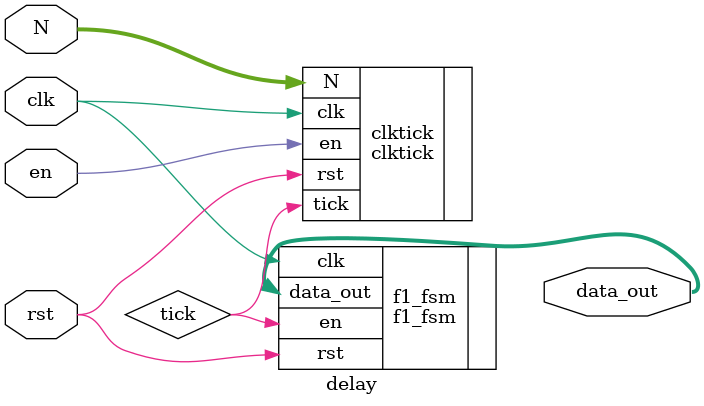
<source format=sv>
module delay (
    // interface signals
    input  logic             clk,     
    input  logic             rst,     
    input  logic             en,       
    input  logic [15:0]      N,        
    output logic [7:0] 		 data_out 
);

    logic tick;

clktick clktick (
    .clk    (clk),
    .rst    (rst),
    .en     (en),
    .N      (N),
    .tick   (tick)
);

f1_fsm f1_fsm (
    .rst        (rst),
    .en         (tick),
    .clk        (clk),
    .data_out   (data_out)
);

endmodule

</source>
